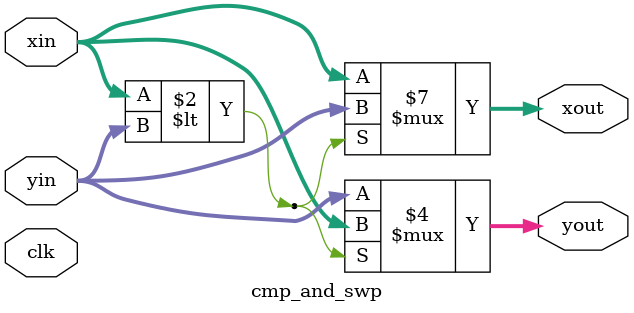
<source format=v>
 
 
// the simulator timestep should be (1 ps here). 
 
`timescale 1 ns / 1 ps 
 
// Declare the module and its ports. This is 
// using Verilog-2001 syntax. 
 
module sort ( 
 input wire clk, 
 input wire [15:0] in1, in2, in3, in4, in5, 
 output wire [15:0] out1, out2, out3, out4, out5 
 ); 
 
 wire [15:0] cnx0to1 [1:5]; 
 wire [15:0] cnx1to2 [1:5]; 
 wire [15:0] cnx2to3 [1:5]; 
 wire [15:0] cnx3to4 [1:5]; 
 wire [15:0] cnx4to5 [1:5]; 
 
 // input stage 
 pass_thru #(.REGISTERED(1)) s0_1 
(.clk(clk),.pin(in1),.pout(cnx0to1[1])); 
 pass_thru #(.REGISTERED(1)) s0_2 
(.clk(clk),.pin(in2),.pout(cnx0to1[2])); 
 pass_thru #(.REGISTERED(1)) s0_3 
(.clk(clk),.pin(in3),.pout(cnx0to1[3])); 
 pass_thru #(.REGISTERED(1)) s0_4 
(.clk(clk),.pin(in4),.pout(cnx0to1[4])); 
 pass_thru #(.REGISTERED(1)) s0_5 
(.clk(clk),.pin(in5),.pout(cnx0to1[5])); 
 
 // first stage 
 cmp_and_swp #(.REGISTERED(1)) s1_1n2 
(.clk(clk),.xin(cnx0to1[1]),.yin(cnx0to1[2]),.xout(cnx1to2[1]),.yout(cnx1to2[2])); 
 cmp_and_swp #(.REGISTERED(1)) s1_3n4 
(.clk(clk),.xin(cnx0to1[3]),.yin(cnx0to1[4]),.xout(cnx1to2[3]),.yout(cnx1to2[4])); 
 pass_thru #(.REGISTERED(1)) s1_5 
(.clk(clk),.pin(cnx0to1[5]),.pout(cnx1to2[5])); 
 
 // second stage 
 pass_thru #(.REGISTERED(1)) s2_1 
(.clk(clk),.pin(cnx1to2[1]),.pout(cnx2to3[1])); 
 cmp_and_swp #(.REGISTERED(1)) s2_2n3 
(.clk(clk),.xin(cnx1to2[2]),.yin(cnx1to2[3]),.xout(cnx2to3[2]),.yout(cnx2to3[3])); 
 cmp_and_swp #(.REGISTERED(1)) s2_4n5 
(.clk(clk),.xin(cnx1to2[4]),.yin(cnx1to2[5]),.xout(cnx2to3[4]),.yout(cnx2to3[5])); 
 
 // third stage 
 cmp_and_swp #(.REGISTERED(1)) s3_1n2 
(.clk(clk),.xin(cnx2to3[1]),.yin(cnx2to3[2]),.xout(cnx3to4[1]),.yout(cnx3to4[2]));  
 
 cmp_and_swp #(.REGISTERED(1)) s3_3n4 
(.clk(clk),.xin(cnx2to3[3]),.yin(cnx2to3[4]),.xout(cnx3to4[3]),.yout(cnx3to4[4])); 
 pass_thru #(.REGISTERED(1)) s3_5 
(.clk(clk),.pin(cnx2to3[5]),.pout(cnx3to4[5])); 
 
 // fourth stage 
 pass_thru #(.REGISTERED(1)) s4_1 
(.clk(clk),.pin(cnx3to4[1]),.pout(cnx4to5[1])); 
 cmp_and_swp #(.REGISTERED(1)) s4_2n3 
(.clk(clk),.xin(cnx3to4[2]),.yin(cnx3to4[3]),.xout(cnx4to5[2]),.yout(cnx4to5[3])); 
 cmp_and_swp #(.REGISTERED(1)) s4_4n5 
(.clk(clk),.xin(cnx3to4[4]),.yin(cnx3to4[5]),.xout(cnx4to5[4]),.yout(cnx4to5[5])); 
 
 // fifth stage 
 cmp_and_swp #(.REGISTERED(1)) s5_1n2 
(.clk(clk),.xin(cnx4to5[1]),.yin(cnx4to5[2]),.xout(out1),.yout(out2)); 
 cmp_and_swp #(.REGISTERED(1)) s5_3n4 
(.clk(clk),.xin(cnx4to5[3]),.yin(cnx4to5[4]),.xout(out3),.yout(out4)); 
 pass_thru #(.REGISTERED(1)) s5_5 
(.clk(clk),.pin(cnx4to5[5]),.pout(out5)); 
 
endmodule 
 
 
 
module pass_thru #(parameter REGISTERED = 0) ( 
 input wire clk, 
 input wire [15:0] pin, 
 output reg [15:0] pout 
 ); 
 
 generate 
 begin 
 if (REGISTERED) 
 begin 
 always @(posedge clk) pout <= pin; 
 end 
 else 
 begin 
 always @* pout = pin; 
 end 
 end 
 endgenerate 
 
endmodule 
 
 
 
module cmp_and_swp #(parameter REGISTERED = 0) ( 
 input wire clk, 
 input wire [15:0] xin, yin, 
 output reg [15:0] xout, yout 
 ); 
  
 
 generate 
 begin 
 if (REGISTERED) 
 begin 
 always @(posedge clk) 
 begin 
 if (xin < yin) 
 begin 
 xout <= yin; 
 yout <= xin; 
 end 
 else 
 begin 
 xout <= xin; 
 yout <= yin; 
 end 
 end 
 end 
 else 
 begin 
 always @* 
 begin 
 if (xin < yin) 
 begin 
 xout = yin; 
 yout = xin; 
 end 
 else 
 begin 
 xout = xin; 
 yout = yin; 
 end 
 end 
 end 
 end 
 endgenerate 
 
endmodule 

</source>
